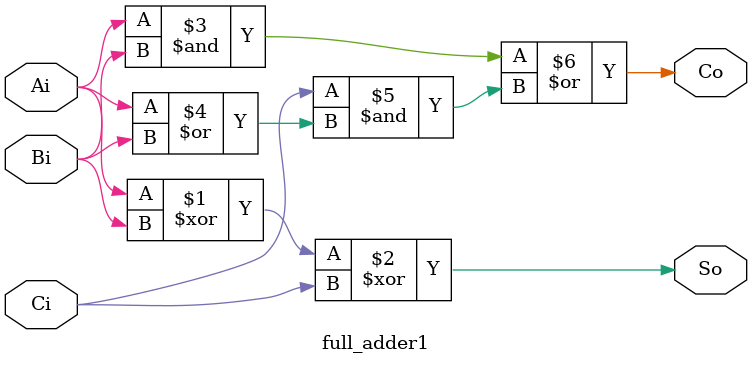
<source format=v>
`timescale 1ns / 1ps


module full_adder1(
    input    Ai, Bi, Ci,
    output   So, Co);
 
    assign So = Ai ^ Bi ^ Ci ;
    assign Co = (Ai & Bi) | (Ci & (Ai | Bi));
endmodule

</source>
